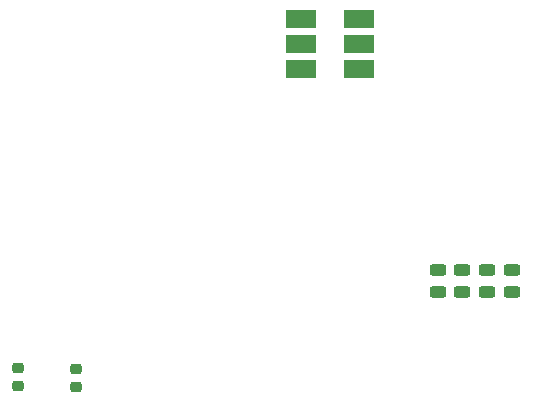
<source format=gbr>
%TF.GenerationSoftware,KiCad,Pcbnew,7.0.7*%
%TF.CreationDate,2025-01-17T17:57:09+01:00*%
%TF.ProjectId,minisumov3,6d696e69-7375-46d6-9f76-332e6b696361,rev?*%
%TF.SameCoordinates,Original*%
%TF.FileFunction,Paste,Top*%
%TF.FilePolarity,Positive*%
%FSLAX46Y46*%
G04 Gerber Fmt 4.6, Leading zero omitted, Abs format (unit mm)*
G04 Created by KiCad (PCBNEW 7.0.7) date 2025-01-17 17:57:09*
%MOMM*%
%LPD*%
G01*
G04 APERTURE LIST*
G04 Aperture macros list*
%AMRoundRect*
0 Rectangle with rounded corners*
0 $1 Rounding radius*
0 $2 $3 $4 $5 $6 $7 $8 $9 X,Y pos of 4 corners*
0 Add a 4 corners polygon primitive as box body*
4,1,4,$2,$3,$4,$5,$6,$7,$8,$9,$2,$3,0*
0 Add four circle primitives for the rounded corners*
1,1,$1+$1,$2,$3*
1,1,$1+$1,$4,$5*
1,1,$1+$1,$6,$7*
1,1,$1+$1,$8,$9*
0 Add four rect primitives between the rounded corners*
20,1,$1+$1,$2,$3,$4,$5,0*
20,1,$1+$1,$4,$5,$6,$7,0*
20,1,$1+$1,$6,$7,$8,$9,0*
20,1,$1+$1,$8,$9,$2,$3,0*%
G04 Aperture macros list end*
%ADD10RoundRect,0.225000X0.250000X-0.225000X0.250000X0.225000X-0.250000X0.225000X-0.250000X-0.225000X0*%
%ADD11RoundRect,0.243750X0.456250X-0.243750X0.456250X0.243750X-0.456250X0.243750X-0.456250X-0.243750X0*%
%ADD12R,2.600000X1.600000*%
G04 APERTURE END LIST*
D10*
%TO.C,C1*%
X144500000Y-113050000D03*
X144500000Y-111500000D03*
%TD*%
%TO.C,C2*%
X139600000Y-112975000D03*
X139600000Y-111425000D03*
%TD*%
D11*
%TO.C,D3*%
X181400000Y-105037500D03*
X181400000Y-103162500D03*
%TD*%
%TO.C,D6*%
X175100000Y-105037500D03*
X175100000Y-103162500D03*
%TD*%
D12*
%TO.C,D1*%
X163550000Y-81900000D03*
X163550000Y-84000000D03*
X163550000Y-86100000D03*
X168450000Y-86100000D03*
X168450000Y-84000000D03*
X168450000Y-81900000D03*
%TD*%
D11*
%TO.C,D4*%
X179300000Y-105037500D03*
X179300000Y-103162500D03*
%TD*%
%TO.C,D5*%
X177200000Y-105037500D03*
X177200000Y-103162500D03*
%TD*%
M02*

</source>
